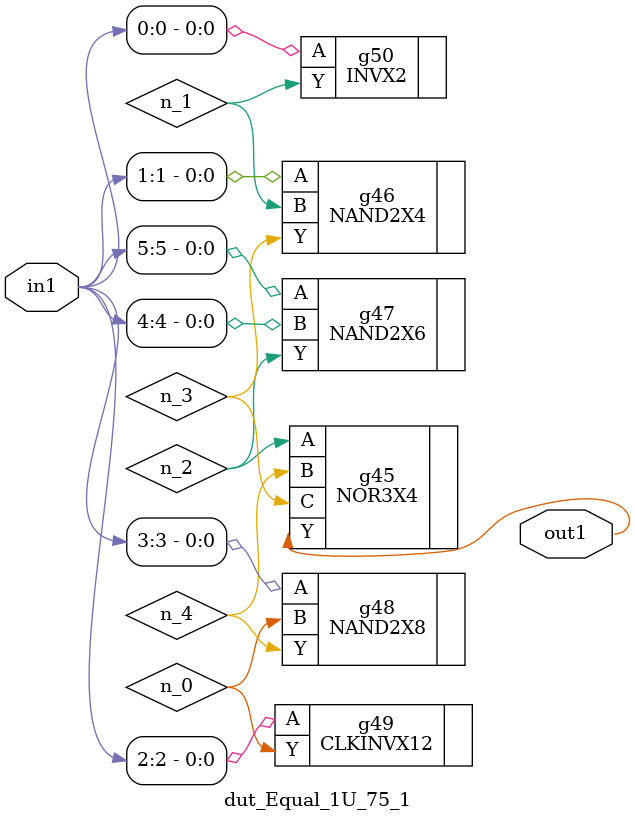
<source format=v>
`timescale 1ps / 1ps


module dut_Equal_1U_75_1(in1, out1);
  input [5:0] in1;
  output out1;
  wire [5:0] in1;
  wire out1;
  wire n_0, n_1, n_2, n_3, n_4;
  NOR3X4 g45(.A (n_2), .B (n_4), .C (n_3), .Y (out1));
  NAND2X8 g48(.A (in1[3]), .B (n_0), .Y (n_4));
  NAND2X4 g46(.A (in1[1]), .B (n_1), .Y (n_3));
  NAND2X6 g47(.A (in1[5]), .B (in1[4]), .Y (n_2));
  INVX2 g50(.A (in1[0]), .Y (n_1));
  CLKINVX12 g49(.A (in1[2]), .Y (n_0));
endmodule



</source>
